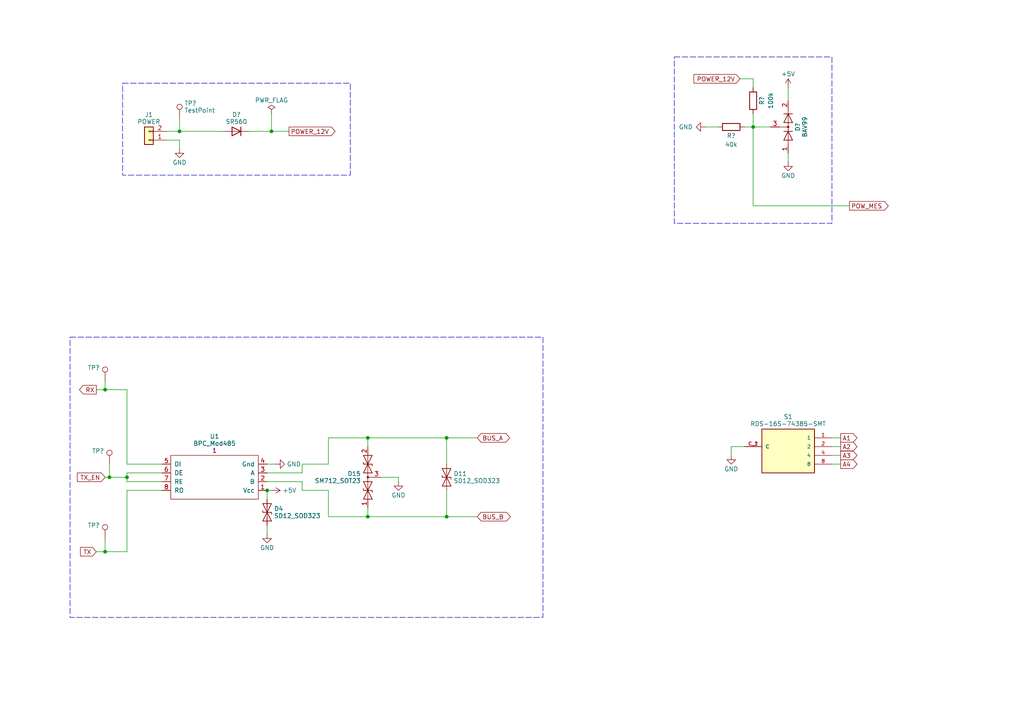
<source format=kicad_sch>
(kicad_sch (version 20230121) (generator eeschema)
  (paper "A4")
  (title_block (title "Carte de commande d'un OYA - Esclave RS485") (date "2024-04-02") (rev "E0") (company "BPC") (comment 1 "Technologie CMS basée sur ATMEGA328") (comment 2 "Monitoring de tension d'alimentation") (comment 3 "1 sortie 12V/5A - 2 entrées TOR - 1 débimètre - 1 LED - Temp - RS485"))
  (lib_symbols
    (symbol "Connector:TestPoint" (pin_numbers hide) (pin_names (offset 0.762) hide)
      (property "Reference" "TP" (at 0 6.858 0))
      (property "Value" "TestPoint" (at 0 5.08 0))
      (symbol "TestPoint_0_1"
        (circle (center 0 3.302) (radius 0.762))
      )
      (symbol "TestPoint_1_1"
        (pin passive line (at 0 0 90) (length 2.54) (name "1") (number "1"))
      )
    )
    (symbol "Connector_Generic:Conn_01x02" (pin_names (offset 1.016) hide)
      (property "Reference" "J" (at 0 2.54 0))
      (property "Value" "Conn_01x02" (at 0 -5.08 0))
      (symbol "Conn_01x02_1_1"
        (rectangle (start -1.27 -2.413) (end 0 -2.667) (stroke (width 0.1524)))
        (rectangle (start -1.27 0.127) (end 0 -0.127) (stroke (width 0.1524)))
        (rectangle (start -1.27 1.27) (end 1.27 -3.81) (stroke (width 0.254)) (fill (type background)))
        (pin passive line (at -5.08 0 0) (length 3.81) (name "Pin_1") (number "1"))
        (pin passive line (at -5.08 -2.54 0) (length 3.81) (name "Pin_2") (number "2"))
      )
    )
    (symbol "Device:D" (pin_numbers hide) (pin_names (offset 1.016) hide)
      (property "Reference" "D" (at 0 2.54 0))
      (property "Value" "D" (at 0 -2.54 0))
      (symbol "D_0_1"
        (polyline (pts (xy -1.27 1.27) (xy -1.27 -1.27)) (stroke (width 0.254)))
        (polyline (pts (xy 1.27 0) (xy -1.27 0)))
        (polyline (pts (xy 1.27 1.27) (xy 1.27 -1.27) (xy -1.27 0) (xy 1.27 1.27)) (stroke (width 0.254)))
      )
      (symbol "D_1_1"
        (pin passive line (at -3.81 0 0) (length 2.54) (name "K") (number "1"))
        (pin passive line (at 3.81 0 180) (length 2.54) (name "A") (number "2"))
      )
    )
    (symbol "Device:R" (pin_numbers hide) (pin_names (offset 0))
      (property "Reference" "R" (at 2.032 0 90))
      (property "Value" "R" (at 0 0 90))
      (symbol "R_0_1"
        (rectangle (start -1.016 -2.54) (end 1.016 2.54) (stroke (width 0.254)))
      )
      (symbol "R_1_1"
        (pin passive line (at 0 3.81 270) (length 1.27) (name "~") (number "1"))
        (pin passive line (at 0 -3.81 90) (length 1.27) (name "~") (number "2"))
      )
    )
    (symbol "Diode:BAV99" (pin_names hide)
      (property "Reference" "D" (at 0 5.08 0))
      (property "Value" "BAV99" (at 0 2.54 0))
      (symbol "BAV99_0_1"
        (polyline (pts (xy -5.08 0) (xy 5.08 0)))
      )
      (symbol "BAV99_1_1"
        (polyline (pts (xy 0 0) (xy 0 -2.54)))
        (polyline (pts (xy -1.27 -1.27) (xy -1.27 1.27) (xy -1.27 1.27)) (stroke (width 0.2032)))
        (polyline (pts (xy 3.81 1.27) (xy 3.81 -1.27) (xy 3.81 -1.27)) (stroke (width 0.2032)))
        (polyline (pts (xy -3.81 1.27) (xy -1.27 0) (xy -3.81 -1.27) (xy -3.81 1.27) (xy -3.81 1.27) (xy -3.81 1.27)) (stroke (width 0.2032)))
        (polyline (pts (xy 1.27 1.27) (xy 3.81 0) (xy 1.27 -1.27) (xy 1.27 1.27) (xy 1.27 1.27) (xy 1.27 1.27)) (stroke (width 0.2032)))
        (circle (center 0 0) (radius 0.254) (fill (type outline)))
        (pin passive line (at -7.62 0 0) (length 2.54) (name "K") (number "1"))
        (pin passive line (at 7.62 0 180) (length 2.54) (name "A") (number "2"))
        (pin passive line (at 0 -5.08 90) (length 2.54) (name "K") (number "3"))
      )
    )
    (symbol "Diode:SD12_SOD323" (pin_numbers hide) (pin_names (offset 1.016) hide)
      (property "Reference" "D" (at 0 2.54 0))
      (property "Value" "SD12_SOD323" (at 0 -2.54 0))
      (symbol "SD12_SOD323_0_1"
        (polyline (pts (xy 1.27 0) (xy -1.27 0)))
        (polyline (pts (xy -2.54 -1.27) (xy 0 0) (xy -2.54 1.27) (xy -2.54 -1.27)) (stroke (width 0.2032)))
        (polyline (pts (xy 0.508 1.27) (xy 0 1.27) (xy 0 -1.27) (xy -0.508 -1.27)) (stroke (width 0.2032)))
        (polyline (pts (xy 2.54 1.27) (xy 2.54 -1.27) (xy 0 0) (xy 2.54 1.27)) (stroke (width 0.2032)))
      )
      (symbol "SD12_SOD323_1_1"
        (pin passive line (at -3.81 0 0) (length 2.54) (name "A1") (number "1"))
        (pin passive line (at 3.81 0 180) (length 2.54) (name "A2") (number "2"))
      )
    )
    (symbol "Diode:SM712_SOT23" (pin_names (offset 1.016) hide)
      (property "Reference" "D" (at 0 4.445 0))
      (property "Value" "SM712_SOT23" (at 0 2.54 0))
      (symbol "SM712_SOT23_0_0"
        (polyline (pts (xy 0 -1.27) (xy 0 0)))
      )
      (symbol "SM712_SOT23_0_1"
        (polyline (pts (xy -6.35 0) (xy 6.35 0)))
        (polyline (pts (xy -3.302 1.27) (xy -3.81 1.27) (xy -3.81 -1.27) (xy -4.318 -1.27)) (stroke (width 0.2032)))
        (polyline (pts (xy 4.318 1.27) (xy 3.81 1.27) (xy 3.81 -1.27) (xy 3.302 -1.27)) (stroke (width 0.2032)))
        (polyline (pts (xy -6.35 -1.27) (xy -1.27 1.27) (xy -1.27 -1.27) (xy -6.35 1.27) (xy -6.35 -1.27)) (stroke (width 0.2032)))
        (polyline (pts (xy 1.27 -1.27) (xy 1.27 1.27) (xy 6.35 -1.27) (xy 6.35 1.27) (xy 1.27 -1.27)) (stroke (width 0.2032)))
        (circle (center 0 0) (radius 0.254) (fill (type outline)))
      )
      (symbol "SM712_SOT23_1_1"
        (pin passive line (at -8.89 0 0) (length 2.54) (name "A1") (number "1"))
        (pin passive line (at 8.89 0 180) (length 2.54) (name "A2") (number "2"))
        (pin input line (at 0 -3.81 90) (length 2.54) (name "common") (number "3"))
      )
    )
    (symbol "bpc:BPC_Mod485" (pin_names (offset 1.016))
      (property "Reference" "U" (at 1.27 12.7 0))
      (property "Value" "BPC_Mod485" (at 12.7 -3.81 0))
      (property "Bpcref" "1" (at 0 0 0))
      (symbol "BPC_Mod485_0_1"
        (rectangle (start 0 10.16) (end 25.4 -2.54))
      )
      (symbol "BPC_Mod485_1_1"
        (pin power_in line (at -2.54 0 0) (length 2.54) (name "Vcc") (number "1"))
        (pin tri_state line (at -2.54 2.54 0) (length 2.54) (name "B") (number "2"))
        (pin tri_state line (at -2.54 5.08 0) (length 2.54) (name "A") (number "3"))
        (pin power_in line (at -2.54 7.62 0) (length 2.54) (name "Gnd") (number "4"))
        (pin input line (at 27.94 7.62 180) (length 2.54) (name "DI") (number "5"))
        (pin input line (at 27.94 5.08 180) (length 2.54) (name "DE") (number "6"))
        (pin input line (at 27.94 2.54 180) (length 2.54) (name "RE") (number "7"))
        (pin output line (at 27.94 0 180) (length 2.54) (name "RO") (number "8"))
      )
    )
    (symbol "bpc:BPC_RDS-16S-74385-SMT" (pin_names (offset 1.016))
      (property "Reference" "S" (at -7.62 5.842 0))
      (property "Value" "RDS-16S-74385-SMT" (at -7.62 -8.382 0))
      (symbol "BPC_RDS-16S-74385-SMT_0_0"
        (rectangle (start -7.62 -7.62) (end 7.62 5.08) (stroke (width 0.254)) (fill (type background)))
        (pin passive line (at 12.7 2.54 180) (length 5.08) (name "1") (number "1"))
        (pin passive line (at 12.7 0 180) (length 5.08) (name "2") (number "2"))
        (pin passive line (at 12.7 -2.54 180) (length 5.08) (name "4") (number "4"))
        (pin passive line (at 12.7 -5.08 180) (length 5.08) (name "8") (number "8"))
        (pin passive line (at -12.7 0 0) (length 5.08) (name "C") (number "C_1"))
        (pin passive line (at -12.7 0 0) (length 5.08) (name "C") (number "C_2"))
      )
    )
    (symbol "power:+5V" (power) (pin_names (offset 0))
      (property "Value" "+5V" (at 0 3.556 0))
      (symbol "+5V_0_1"
        (polyline (pts (xy -0.762 1.27) (xy 0 2.54)))
        (polyline (pts (xy 0 0) (xy 0 2.54)))
        (polyline (pts (xy 0 2.54) (xy 0.762 1.27)))
      )
      (symbol "+5V_1_1"
        (pin power_in line (at 0 0 90) (length 0) hide (name "+5V") (number "1"))
      )
    )
    (symbol "power:GND" (power) (pin_names (offset 0))
      (property "Value" "GND" (at 0 -3.81 0))
      (symbol "GND_0_1"
        (polyline (pts (xy 0 0) (xy 0 -1.27) (xy 1.27 -1.27) (xy 0 -2.54) (xy -1.27 -1.27) (xy 0 -1.27)))
      )
      (symbol "GND_1_1"
        (pin power_in line (at 0 0 270) (length 0) hide (name "GND") (number "1"))
      )
    )
    (symbol "power:PWR_FLAG" (power) (pin_numbers hide) (pin_names (offset 0) hide)
      (property "Value" "PWR_FLAG" (at 0 3.81 0))
      (symbol "PWR_FLAG_0_0"
        (pin power_out line (at 0 0 90) (length 0) (name "pwr") (number "1"))
      )
      (symbol "PWR_FLAG_0_1"
        (polyline (pts (xy 0 0) (xy 0 1.27) (xy -1.016 1.905) (xy 0 2.54) (xy 1.016 1.905) (xy 0 1.27)))
      )
    )
  )
  (junction (at 78.74 38.1))
  (junction (at 106.68 127))
  (junction (at 36.83 138.43))
  (junction (at 30.48 160.02))
  (junction (at 30.48 113.03))
  (junction (at 52.07 38.1))
  (junction (at 31.75 138.43))
  (junction (at 106.68 149.86))
  (junction (at 129.54 149.86))
  (junction (at 77.47 142.24))
  (junction (at 218.44 36.83))
  (junction (at 129.54 127))
  (wire (pts (xy 27.94 160.02) (xy 30.48 160.02)))
  (wire (pts (xy 77.47 137.16) (xy 87.63 137.16)))
  (wire (pts (xy 215.9 129.54) (xy 212.09 129.54)))
  (wire (pts (xy 77.47 134.62) (xy 80.01 134.62)))
  (wire (pts (xy 46.99 137.16) (xy 36.83 137.16)))
  (wire (pts (xy 77.47 139.7) (xy 87.63 139.7)))
  (wire (pts (xy 36.83 139.7) (xy 46.99 139.7)))
  (wire (pts (xy 87.63 139.7) (xy 87.63 142.24)))
  (wire (pts (xy 95.25 149.86) (xy 95.25 142.24)))
  (wire (pts (xy 241.3 127) (xy 243.84 127)))
  (wire (pts (xy 52.07 34.29) (xy 52.07 38.1)))
  (wire (pts (xy 218.44 59.69) (xy 218.44 36.83)))
  (wire (pts (xy 95.25 127) (xy 106.68 127)))
  (wire (pts (xy 215.9 36.83) (xy 218.44 36.83)))
  (wire (pts (xy 78.74 38.1) (xy 83.82 38.1)))
  (wire (pts (xy 218.44 59.69) (xy 246.38 59.69)))
  (wire (pts (xy 228.6 44.45) (xy 228.6 46.99)))
  (wire (pts (xy 31.75 138.43) (xy 36.83 138.43)))
  (wire (pts (xy 87.63 134.62) (xy 95.25 134.62)))
  (wire (pts (xy 36.83 134.62) (xy 46.99 134.62)))
  (wire (pts (xy 27.94 113.03) (xy 30.48 113.03)))
  (wire (pts (xy 52.07 38.1) (xy 64.77 38.1)))
  (wire (pts (xy 241.3 132.08) (xy 243.84 132.08)))
  (wire (pts (xy 106.68 127) (xy 129.54 127)))
  (wire (pts (xy 218.44 33.02) (xy 218.44 36.83)))
  (wire (pts (xy 106.68 147.32) (xy 106.68 149.86)))
  (wire (pts (xy 36.83 142.24) (xy 46.99 142.24)))
  (wire (pts (xy 30.48 110.49) (xy 30.48 113.03)))
  (wire (pts (xy 87.63 137.16) (xy 87.63 134.62)))
  (wire (pts (xy 77.47 142.24) (xy 78.74 142.24)))
  (wire (pts (xy 36.83 138.43) (xy 36.83 139.7)))
  (wire (pts (xy 30.48 160.02) (xy 36.83 160.02)))
  (wire (pts (xy 204.47 36.83) (xy 208.28 36.83)))
  (wire (pts (xy 77.47 152.4) (xy 77.47 154.94)))
  (wire (pts (xy 36.83 113.03) (xy 36.83 134.62)))
  (wire (pts (xy 228.6 25.4) (xy 228.6 29.21)))
  (wire (pts (xy 110.49 138.43) (xy 115.57 138.43)))
  (wire (pts (xy 77.47 142.24) (xy 77.47 144.78)))
  (wire (pts (xy 52.07 43.18) (xy 52.07 40.64)))
  (wire (pts (xy 129.54 127) (xy 129.54 134.62)))
  (wire (pts (xy 106.68 149.86) (xy 129.54 149.86)))
  (wire (pts (xy 214.63 22.86) (xy 218.44 22.86)))
  (wire (pts (xy 78.74 33.02) (xy 78.74 38.1)))
  (wire (pts (xy 48.26 38.1) (xy 52.07 38.1)))
  (wire (pts (xy 87.63 142.24) (xy 95.25 142.24)))
  (wire (pts (xy 106.68 127) (xy 106.68 129.54)))
  (wire (pts (xy 30.48 156.21) (xy 30.48 160.02)))
  (wire (pts (xy 36.83 160.02) (xy 36.83 142.24)))
  (wire (pts (xy 129.54 142.24) (xy 129.54 149.86)))
  (wire (pts (xy 115.57 138.43) (xy 115.57 139.7)))
  (wire (pts (xy 241.3 129.54) (xy 243.84 129.54)))
  (wire (pts (xy 218.44 36.83) (xy 223.52 36.83)))
  (wire (pts (xy 30.48 138.43) (xy 31.75 138.43)))
  (wire (pts (xy 106.68 149.86) (xy 95.25 149.86)))
  (wire (pts (xy 241.3 134.62) (xy 243.84 134.62)))
  (wire (pts (xy 129.54 149.86) (xy 138.43 149.86)))
  (wire (pts (xy 52.07 40.64) (xy 48.26 40.64)))
  (wire (pts (xy 72.39 38.1) (xy 78.74 38.1)))
  (wire (pts (xy 30.48 113.03) (xy 36.83 113.03)))
  (wire (pts (xy 218.44 22.86) (xy 218.44 25.4)))
  (wire (pts (xy 95.25 134.62) (xy 95.25 127)))
  (wire (pts (xy 36.83 137.16) (xy 36.83 138.43)))
  (wire (pts (xy 31.75 134.62) (xy 31.75 138.43)))
  (wire (pts (xy 212.09 129.54) (xy 212.09 132.08)))
  (wire (pts (xy 129.54 127) (xy 138.43 127)))
  (rectangle (start 195.58 16.51) (end 241.3 64.77) (stroke (width 0) (type dash)))
  (rectangle (start 35.56 24.13) (end 101.6 50.8) (stroke (width 0) (type dash)))
  (rectangle (start 20.32 97.79) (end 157.48 179.07) (stroke (width 0) (type dash)))
  (global_label "TX" (shape input) (at 27.94 160.02 180) (property "Intersheetrefs" "${INTERSHEET_REFS}" (effects hide)))
  (global_label "POWER_12V" (shape output) (at 83.82 38.1 0) (property "Intersheetrefs" "${INTERSHEET_REFS}" (effects hide)))
  (global_label "A2" (shape output) (at 243.84 129.54 0) (property "Intersheetrefs" "${INTERSHEET_REFS}" (effects hide)))
  (global_label "RX" (shape output) (at 27.94 113.03 180) (property "Intersheetrefs" "${INTERSHEET_REFS}" (effects hide)))
  (global_label "A4" (shape output) (at 243.84 134.62 0) (property "Intersheetrefs" "${INTERSHEET_REFS}" (effects hide)))
  (global_label "A3" (shape output) (at 243.84 132.08 0) (property "Intersheetrefs" "${INTERSHEET_REFS}" (effects hide)))
  (global_label "POW_MES" (shape output) (at 246.38 59.69 0) (property "Intersheetrefs" "${INTERSHEET_REFS}" (effects hide)))
  (global_label "BUS_A" (shape tri_state) (at 138.43 127 0) (property "Intersheetrefs" "${INTERSHEET_REFS}" (effects hide)))
  (global_label "TX_EN" (shape input) (at 30.48 138.43 180) (property "Intersheetrefs" "${INTERSHEET_REFS}" (effects hide)))
  (global_label "A1" (shape output) (at 243.84 127 0) (property "Intersheetrefs" "${INTERSHEET_REFS}" (effects hide)))
  (global_label "BUS_B" (shape tri_state) (at 138.43 149.86 0) (property "Intersheetrefs" "${INTERSHEET_REFS}" (effects hide)))
  (global_label "POWER_12V" (shape input) (at 214.63 22.86 180) (property "Intersheetrefs" "${INTERSHEET_REFS}" (effects hide)))
  (symbol (lib_id "Diode:SD12_SOD323") (at 77.47 148.59 270) (unit 1)
    (property "Reference" "D4" (at 79.4766 147.566 90) (effects (justify left)))
    (property "Value" "SD12_SOD323" (at 79.4766 149.614 90) (effects (justify left)))
    (property "Footprint" "Diode_SMD:D_SOD-323" (effects hide))
    (property "Datasheet" "https://www.littelfuse.com/~/media/electronics/datasheets/tvs_diode_arrays/littelfuse_tvs_diode_array_sd_c_datasheet.pdf.pdf" (effects hide))
    (property "RefFabricant" "SD12-7" (effects hide))
    (property "RefFournisseur" "3945781RL" (effects hide))
    (property "Fabricant" "DIODES INC" (effects hide))
    (property "Fournisseur" "Farnell" (effects hide))
    (property "Description" "Diodes TVS simples" (effects hide))
    (property "Price" "0,1272" (effects hide))
  )
  (symbol (lib_id "Diode:SD12_SOD323") (at 129.54 138.43 90) (unit 1)
    (property "Reference" "D11" (at 131.5466 137.406 90) (effects (justify right)))
    (property "Value" "SD12_SOD323" (at 131.5466 139.454 90) (effects (justify right)))
    (property "Footprint" "Diode_SMD:D_SOD-323" (effects hide))
    (property "Datasheet" "https://www.littelfuse.com/~/media/electronics/datasheets/tvs_diode_arrays/littelfuse_tvs_diode_array_sd_c_datasheet.pdf.pdf" (effects hide))
    (property "RefFabricant" "SD12-7" (effects hide))
    (property "RefFournisseur" "3945781RL" (effects hide))
    (property "Fabricant" "DIODES INC" (effects hide))
    (property "Fournisseur" "Farnell" (effects hide))
    (property "Description" "Diodes TVS simples" (effects hide))
    (property "Price" "0,1272" (effects hide))
  )
  (symbol (lib_id "power:GND") (at 115.57 139.7 0) (unit 1)
    (property "Reference" "#PWR?" (effects hide))
    (property "Value" "GND" (at 115.57 143.645 0))
    (instances (project "jard_rs485_slave_shield_nano" (path "" (reference "#PWR?") (unit 1)) (path "" (reference "#PWR032") (unit 1))))
  )
  (symbol (lib_id "power:GND") (at 228.6 46.99 0) (unit 1)
    (property "Reference" "#PWR?" (effects hide))
    (property "Value" "GND" (at 228.6 50.935 0))
    (instances (project "jard_rs485_slave_shield_nano" (path "" (reference "#PWR?") (unit 1)) (path "" (reference "#PWR017") (unit 1))))
  )
  (symbol (lib_id "power:GND") (at 80.01 134.62 90) (unit 1)
    (property "Reference" "#PWR?" (effects hide))
    (property "Value" "GND" (at 83.185 134.62 90) (effects (justify right)))
    (instances (project "jard_rs485_slave_shield_nano" (path "" (reference "#PWR?") (unit 1)) (path "" (reference "#PWR02") (unit 1))))
  )
  (symbol (lib_id "power:+5V") (at 228.6 25.4 0) (unit 1)
    (property "Reference" "#PWR?" (effects hide))
    (property "Value" "+5V" (at 228.6 21.455 0))
    (instances (project "jard_rs485_slave_shield_nano" (path "" (reference "#PWR?") (unit 1)) (path "" (reference "#PWR016") (unit 1))))
  )
  (symbol (lib_id "power:GND") (at 77.47 154.94 0) (unit 1)
    (property "Reference" "#PWR?" (effects hide))
    (property "Value" "GND" (at 77.47 158.885 0))
    (instances (project "jard_rs485_slave_shield_nano" (path "" (reference "#PWR?") (unit 1)) (path "" (reference "#PWR06") (unit 1))))
  )
  (symbol (lib_id "Device:R") (at 212.09 36.83 90) (unit 1)
    (property "Reference" "R?" (at 212.09 39.37 90))
    (property "Value" "40k" (at 212.09 41.91 90))
    (property "Footprint" "Resistor_SMD:R_0805_2012Metric_Pad1.20x1.40mm_HandSolder" (effects hide))
    (property "RefFabricant" "CRCW080540K0FKEA" (effects hide))
    (property "RefFournisseur" "3975002" (effects hide))
    (property "Fabricant" "VISHAY" (effects hide))
    (property "Fournisseur" "Farnell" (effects hide))
    (property "Description" "Résistance 40 kOhms" (effects hide))
    (property "Price" "0,0505" (effects hide))
    (instances (project "jard_rs485_slave_shield_nano" (path "" (reference "R?") (unit 1)) (path "" (reference "R4") (unit 1))))
  )
  (symbol (lib_id "power:+5V") (at 78.74 142.24 270) (unit 1)
    (property "Reference" "#PWR?" (effects hide))
    (property "Value" "+5V" (at 81.915 142.24 90) (effects (justify left)))
    (instances (project "jard_rs485_slave_shield_nano" (path "" (reference "#PWR?") (unit 1)) (path "" (reference "#PWR03") (unit 1))))
  )
  (symbol (lib_id "Diode:BAV99") (at 228.6 36.83 270) (mirror x) (unit 1)
    (property "Reference" "D?" (at 231.3766 36.83 0))
    (property "Value" "BAV99" (at 233.4246 36.83 0))
    (property "Footprint" "Package_TO_SOT_SMD:SOT-23" (effects hide))
    (property "Datasheet" "https://assets.nexperia.com/documents/data-sheet/BAV99_SER.pdf" (effects hide))
    (property "RefFabricant" "BAV99" (effects hide))
    (property "RefFournisseur" "2675152" (effects hide))
    (property "Fabricant" "MULTICOMP PRO" (effects hide))
    (property "Fournisseur" "Farnell" (effects hide))
    (property "Description" "Diodes signaux faibles" (effects hide))
    (property "Price" "0,0994" (effects hide))
    (instances (project "jard_rs485_slave_shield_nano" (path "" (reference "D?") (unit 1)) (path "" (reference "D5") (unit 1))))
  )
  (symbol (lib_id "Diode:SM712_SOT23") (at 106.68 138.43 90) (unit 1)
    (property "Reference" "D15" (at 104.6734 137.406 90) (effects (justify left)))
    (property "Value" "SM712_SOT23" (at 104.6734 139.454 90) (effects (justify left)))
    (property "Footprint" "Package_TO_SOT_SMD:SOT-23" (effects hide))
    (property "Datasheet" "https://www.littelfuse.com/~/media/electronics/datasheets/tvs_diode_arrays/littelfuse_tvs_diode_array_sm712_datasheet.pdf.pdf" (effects hide))
    (property "RefFabricant" "SM712.TCT" (effects hide))
    (property "RefFournisseur" "1456395RL" (effects hide))
    (property "Fabricant" "SEMTECH" (effects hide))
    (property "Fournisseur" "Farnell" (effects hide))
    (property "Description" "Diode TVS" (effects hide))
    (property "Price" "1,1964" (effects hide))
  )
  (symbol (lib_id "bpc:BPC_RDS-16S-74385-SMT") (at 228.6 129.54 0) (unit 1)
    (property "Reference" "S1" (at 228.6 120.88 0))
    (property "Value" "RDS-16S-74385-SMT" (at 228.6 122.928 0))
    (property "Footprint" "bpc:BPC_RDS-16S-74385-SMT" (effects hide))
    (property "MF" "CUI Devices" (effects hide))
    (property "MAXIMUM_PACKAGE_HEIGHT" "8.35mm" (effects hide))
    (property "Package" "None" (effects hide))
    (property "Price" "2,76" (effects hide))
    (property "Check_prices" "https://www.snapeda.com/parts/RDS-16S-74385-SMT/CUI+Devices/view-part/?ref=eda" (effects hide))
    (property "STANDARD" "Manufacturer Recommendations" (effects hide))
    (property "PARTREV" "1.0" (effects hide))
    (property "SnapEDA_Link" "https://www.snapeda.com/parts/RDS-16S-74385-SMT/CUI+Devices/view-part/?ref=snap" (effects hide))
    (property "MP" "RDS-16S-74385-SMT" (effects hide))
    (property "Description" "Switch rotatif 16 positions" (effects hide))
    (property "CUI_purchase_URL" "https://www.cuidevices.com/product/switches/dip-switches/rds-16s-74385-smt?utm_source=snapeda.com&utm_medium=referral&utm_campaign=snapedaBOM" (effects hide))
    (property "Availability" "In Stock" (effects hide))
    (property "MANUFACTURER" "CUI Devices" (effects hide))
    (property "RefFabricant" "RDS-16S-74385-SMT-TR" (effects hide))
    (property "Fabricant" "CUI Devices" (effects hide))
    (property "Purchase-URL" "https://www.digikey.at/en/products/detail/cui-devices/RDS-16S-74385-SMT-TR/13530571" (effects hide))
    (property "Fournisseur" "Digikey" (effects hide))
  )
  (symbol (lib_id "Device:D") (at 68.58 38.1 180) (unit 1)
    (property "Reference" "D?" (at 68.58 33.25 0))
    (property "Value" "SR560" (at 68.58 35.298 0))
    (property "Footprint" "Diode_THT:D_DO-15_P12.70mm_Horizontal" (effects hide))
    (property "Sim.Device" "D" (effects hide))
    (property "Sim.Pins" "1=K 2=A" (effects hide))
    (property "RefFabricant" "SR560" (effects hide))
    (property "RefFournisseur" "2675411" (effects hide))
    (property "Fabricant" "MULTICOMP PRO" (effects hide))
    (property "Fournisseur" "Farnell" (effects hide))
    (property "Description" "Diode de redressement SR560" (effects hide))
    (property "Price" "0,5844" (effects hide))
    (instances (project "jard_rs485_slave_shield_nano" (path "" (reference "D?") (unit 1)) (path "" (reference "D2") (unit 1))))
  )
  (symbol (lib_id "Connector:TestPoint") (at 31.75 134.62 0) (unit 1)
    (property "Reference" "TP?" (at 26.67 130.81 0) (effects (justify left)))
    (property "Value" "TestPoint" (effects hide))
    (property "Footprint" "TestPoint:TestPoint_Pad_D1.5mm" (effects hide))
    (property "Price" "0" (effects hide))
    (instances (project "jard_rs485_slave_shield_nano" (path "" (reference "TP?") (unit 1)) (path "" (reference "TP4") (unit 1))))
  )
  (symbol (lib_id "power:PWR_FLAG") (at 78.74 33.02 0) (unit 1)
    (property "Reference" "#FLG?" (effects hide))
    (property "Value" "PWR_FLAG" (at 78.74 29.075 0))
    (instances (project "jard_rs485_slave_shield_nano" (path "" (reference "#FLG?") (unit 1)) (path "" (reference "#FLG01") (unit 1))))
  )
  (symbol (lib_id "power:GND") (at 204.47 36.83 270) (unit 1)
    (property "Reference" "#PWR?" (effects hide))
    (property "Value" "GND" (at 196.85 36.83 90) (effects (justify left)))
    (instances (project "jard_rs485_slave_shield_nano" (path "" (reference "#PWR?") (unit 1)) (path "" (reference "#PWR015") (unit 1))))
  )
  (symbol (lib_id "power:GND") (at 212.09 132.08 0) (unit 1)
    (property "Reference" "#PWR?" (effects hide))
    (property "Value" "GND" (at 212.09 136.025 0))
    (instances (project "jard_rs485_slave_shield_nano" (path "" (reference "#PWR?") (unit 1)) (path "" (reference "#PWR04") (unit 1))))
  )
  (symbol (lib_id "bpc:BPC_Mod485") (at 74.93 142.24 0) (mirror y) (unit 1)
    (property "Reference" "U1" (at 62.23 126.579 0))
    (property "Value" "BPC_Mod485" (at 62.23 128.627 0))
    (property "Footprint" "bpc:BPC_Mod485" (effects hide))
    (property "Bpcref" "1" (at 62.23 130.675 0))
  )
  (symbol (lib_id "Connector:TestPoint") (at 52.07 34.29 0) (unit 1)
    (property "Reference" "TP?" (at 53.467 29.964 0) (effects (justify left)))
    (property "Value" "TestPoint" (at 53.467 32.012 0) (effects (justify left)))
    (property "Footprint" "TestPoint:TestPoint_Pad_D1.5mm" (effects hide))
    (property "Price" "0" (effects hide))
    (instances (project "jard_rs485_slave_shield_nano" (path "" (reference "TP?") (unit 1)) (path "" (reference "TP2") (unit 1))))
  )
  (symbol (lib_id "power:GND") (at 52.07 43.18 0) (unit 1)
    (property "Reference" "#PWR?" (effects hide))
    (property "Value" "GND" (at 52.07 47.125 0))
    (instances (project "jard_rs485_slave_shield_nano" (path "" (reference "#PWR?") (unit 1)) (path "" (reference "#PWR01") (unit 1))))
  )
  (symbol (lib_id "Connector_Generic:Conn_01x02") (at 43.18 40.64 180) (unit 1)
    (property "Reference" "J1" (at 43.18 33.25 0))
    (property "Value" "POWER" (at 43.18 35.298 0))
    (property "Footprint" "TerminalBlock_Phoenix:TerminalBlock_Phoenix_MKDS-1,5-2-5.08_1x02_P5.08mm_Horizontal" (effects hide))
  )
  (symbol (lib_id "Connector:TestPoint") (at 30.48 156.21 0) (unit 1)
    (property "Reference" "TP?" (at 25.4 152.4 0) (effects (justify left)))
    (property "Value" "TestPoint" (effects hide))
    (property "Footprint" "TestPoint:TestPoint_Pad_D1.5mm" (effects hide))
    (property "Price" "0" (effects hide))
    (instances (project "jard_rs485_slave_shield_nano" (path "" (reference "TP?") (unit 1)) (path "" (reference "TP7") (unit 1))))
  )
  (symbol (lib_id "Connector:TestPoint") (at 30.48 110.49 0) (unit 1)
    (property "Reference" "TP?" (at 25.4 106.68 0) (effects (justify left)))
    (property "Value" "TestPoint" (effects hide))
    (property "Footprint" "TestPoint:TestPoint_Pad_D1.5mm" (effects hide))
    (property "Price" "0" (effects hide))
    (instances (project "jard_rs485_slave_shield_nano" (path "" (reference "TP?") (unit 1)) (path "" (reference "TP1") (unit 1))))
  )
  (symbol (lib_id "Device:R") (at 218.44 29.21 180) (unit 1)
    (property "Reference" "R?" (at 220.98 29.21 90))
    (property "Value" "100k" (at 223.52 29.21 90))
    (property "Footprint" "Resistor_SMD:R_0805_2012Metric_Pad1.20x1.40mm_HandSolder" (effects hide))
    (property "RefFabricant" "MCHVR05JTEW1003" (effects hide))
    (property "RefFournisseur" "2826073" (effects hide))
    (property "Fabricant" "MULTICOMP PRO" (effects hide))
    (property "Fournisseur" "Farnell" (effects hide))
    (property "Description" "Résistance 100 kOhms" (effects hide))
    (property "Price" "0,0522" (effects hide))
    (instances (project "jard_rs485_slave_shield_nano" (path "" (reference "R?") (unit 1)) (path "" (reference "R5") (unit 1))))
  )
)
</source>
